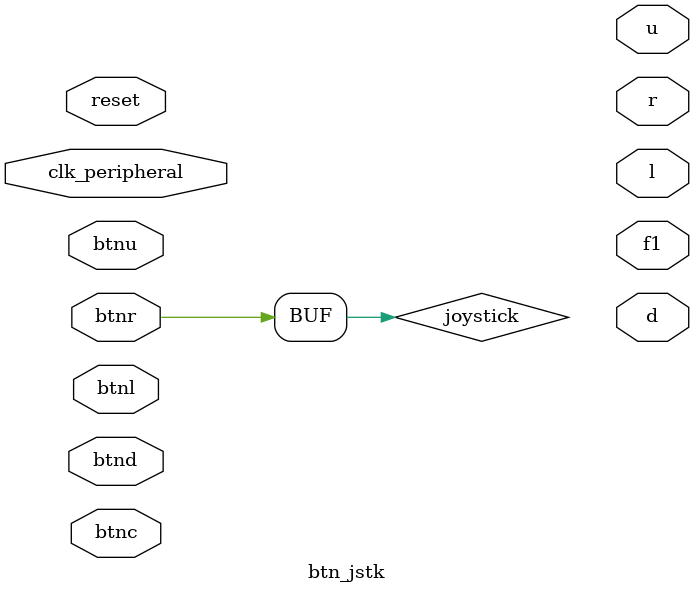
<source format=v>
`timescale 1ns / 1ps


module btn_jstk(
    output              r,
    output              l,
    output              d,
    output              u,
    output              f1,

    input           btnc,
    input           btnu,
    input           btnd,
    input           btnl,
    input           btnr,    
    
(* X_INTERFACE_INFO = "xilinx.com:signal:clock:1.0 clk_peripheral CLK" *)
(* X_INTERFACE_PARAMETER = "ASSOCIATED_RESET reset" *)	
    input 		    clk_peripheral,
    
(* X_INTERFACE_INFO = "xilinx.com:signal:reset:1.0  reset  RST" *)
(* X_INTERFACE_PARAMETER = "POLARITY ACTIVE_HIGH" *)
    input	        reset 
    );
    
    assign joystick = {6'b00_0000, btnc, btnu, btnd, btnl, btnr};
    
endmodule

</source>
